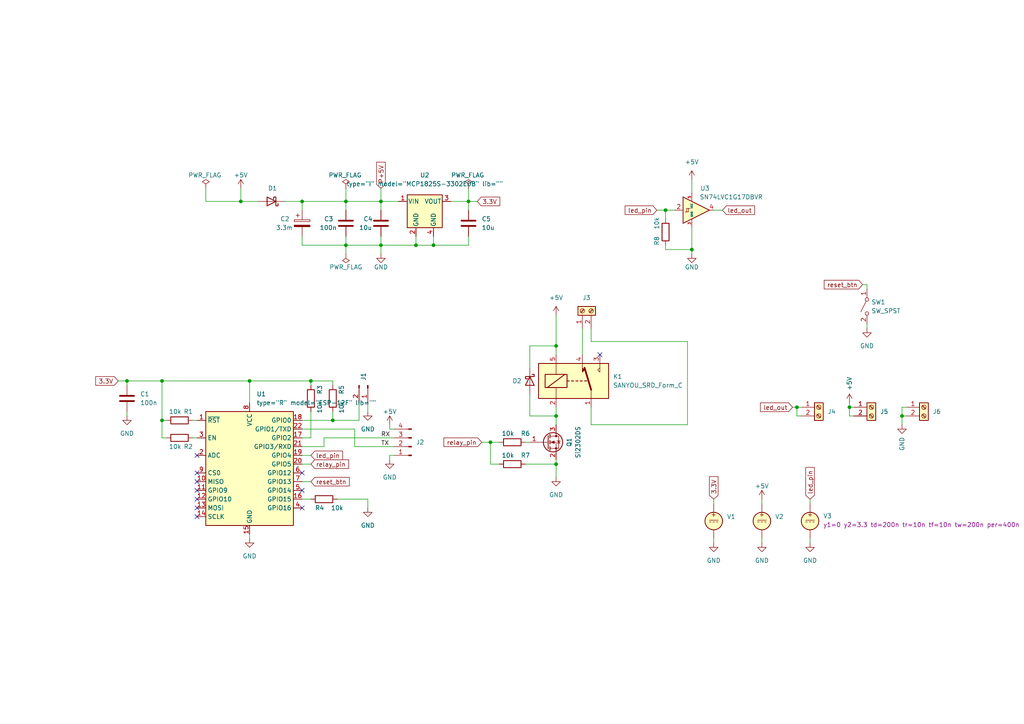
<source format=kicad_sch>
(kicad_sch (version 20211123) (generator eeschema)
  (paper "A4")
  (title_block (title "led and lamp control board") (date "2022-09-26") (rev "1.0") (company "A4 SOLUTIONS") (comment 1 "no warranty of any kind"))
  (lib_symbols
    (symbol "Connector:Conn_01x02_Male" (pin_names (offset 1.016) hide)
      (property "Reference" "J" (at 0 2.54 0))
      (property "Value" "Conn_01x02_Male" (at 0 -5.08 0))
      (symbol "Conn_01x02_Male_1_1"
        (polyline (pts (xy 1.27 -2.54) (xy 0.8636 -2.54)) (stroke (width 0.1524)))
        (polyline (pts (xy 1.27 0) (xy 0.8636 0)) (stroke (width 0.1524)))
        (rectangle (start 0.8636 -2.413) (end 0 -2.667) (stroke (width 0.1524)) (fill (type outline)))
        (rectangle (start 0.8636 0.127) (end 0 -0.127) (stroke (width 0.1524)) (fill (type outline)))
        (pin passive line (at 5.08 0 180) (length 3.81) (name "Pin_1") (number "1"))
        (pin passive line (at 5.08 -2.54 180) (length 3.81) (name "Pin_2") (number "2"))
      )
    )
    (symbol "Connector:Conn_01x04_Male" (pin_names (offset 1.016) hide)
      (property "Reference" "J" (at 0 5.08 0))
      (property "Value" "Conn_01x04_Male" (at 0 -7.62 0))
      (symbol "Conn_01x04_Male_1_1"
        (polyline (pts (xy 1.27 -5.08) (xy 0.8636 -5.08)) (stroke (width 0.1524)))
        (polyline (pts (xy 1.27 -2.54) (xy 0.8636 -2.54)) (stroke (width 0.1524)))
        (polyline (pts (xy 1.27 0) (xy 0.8636 0)) (stroke (width 0.1524)))
        (polyline (pts (xy 1.27 2.54) (xy 0.8636 2.54)) (stroke (width 0.1524)))
        (rectangle (start 0.8636 -4.953) (end 0 -5.207) (stroke (width 0.1524)) (fill (type outline)))
        (rectangle (start 0.8636 -2.413) (end 0 -2.667) (stroke (width 0.1524)) (fill (type outline)))
        (rectangle (start 0.8636 0.127) (end 0 -0.127) (stroke (width 0.1524)) (fill (type outline)))
        (rectangle (start 0.8636 2.667) (end 0 2.413) (stroke (width 0.1524)) (fill (type outline)))
        (pin passive line (at 5.08 2.54 180) (length 3.81) (name "Pin_1") (number "1"))
        (pin passive line (at 5.08 0 180) (length 3.81) (name "Pin_2") (number "2"))
        (pin passive line (at 5.08 -2.54 180) (length 3.81) (name "Pin_3") (number "3"))
        (pin passive line (at 5.08 -5.08 180) (length 3.81) (name "Pin_4") (number "4"))
      )
    )
    (symbol "Connector:Screw_Terminal_01x02" (pin_names (offset 1.016) hide)
      (property "Reference" "J" (at 0 2.54 0))
      (property "Value" "Screw_Terminal_01x02" (at 0 -5.08 0))
      (symbol "Screw_Terminal_01x02_1_1"
        (rectangle (start -1.27 1.27) (end 1.27 -3.81) (stroke (width 0.254)) (fill (type background)))
        (circle (center 0 -2.54) (radius 0.635) (stroke (width 0.1524)))
        (polyline (pts (xy -0.5334 -2.2098) (xy 0.3302 -3.048)) (stroke (width 0.1524)))
        (polyline (pts (xy -0.5334 0.3302) (xy 0.3302 -0.508)) (stroke (width 0.1524)))
        (polyline (pts (xy -0.3556 -2.032) (xy 0.508 -2.8702)) (stroke (width 0.1524)))
        (polyline (pts (xy -0.3556 0.508) (xy 0.508 -0.3302)) (stroke (width 0.1524)))
        (circle (center 0 0) (radius 0.635) (stroke (width 0.1524)))
        (pin passive line (at -5.08 0 0) (length 3.81) (name "Pin_1") (number "1"))
        (pin passive line (at -5.08 -2.54 0) (length 3.81) (name "Pin_2") (number "2"))
      )
    )
    (symbol "Device:C" (pin_numbers hide) (pin_names (offset 0.254))
      (property "Reference" "C" (at 0.635 2.54 0))
      (property "Value" "C" (at 0.635 -2.54 0))
      (symbol "C_0_1"
        (polyline (pts (xy -2.032 -0.762) (xy 2.032 -0.762)) (stroke (width 0.508)))
        (polyline (pts (xy -2.032 0.762) (xy 2.032 0.762)) (stroke (width 0.508)))
      )
      (symbol "C_1_1"
        (pin passive line (at 0 3.81 270) (length 2.794) (name "~") (number "1"))
        (pin passive line (at 0 -3.81 90) (length 2.794) (name "~") (number "2"))
      )
    )
    (symbol "Device:C_Polarized" (pin_numbers hide) (pin_names (offset 0.254))
      (property "Reference" "C" (at 0.635 2.54 0))
      (property "Value" "C_Polarized" (at 0.635 -2.54 0))
      (symbol "C_Polarized_0_1"
        (rectangle (start -2.286 0.508) (end 2.286 1.016))
        (polyline (pts (xy -1.778 2.286) (xy -0.762 2.286)))
        (polyline (pts (xy -1.27 2.794) (xy -1.27 1.778)))
        (rectangle (start 2.286 -0.508) (end -2.286 -1.016) (fill (type outline)))
      )
      (symbol "C_Polarized_1_1"
        (pin passive line (at 0 3.81 270) (length 2.794) (name "~") (number "1"))
        (pin passive line (at 0 -3.81 90) (length 2.794) (name "~") (number "2"))
      )
    )
    (symbol "Device:R" (pin_numbers hide) (pin_names (offset 0))
      (property "Reference" "R" (at 2.032 0 90))
      (property "Value" "R" (at 0 0 90))
      (symbol "R_0_1"
        (rectangle (start -1.016 -2.54) (end 1.016 2.54) (stroke (width 0.254)))
      )
      (symbol "R_1_1"
        (pin passive line (at 0 3.81 270) (length 1.27) (name "~") (number "1"))
        (pin passive line (at 0 -3.81 90) (length 1.27) (name "~") (number "2"))
      )
    )
    (symbol "Diode:1N5819" (pin_numbers hide) (pin_names (offset 1.016) hide)
      (property "Reference" "D" (at 0 2.54 0))
      (property "Value" "1N5819" (at 0 -2.54 0))
      (symbol "1N5819_0_1"
        (polyline (pts (xy 1.27 0) (xy -1.27 0)))
        (polyline (pts (xy 1.27 1.27) (xy 1.27 -1.27) (xy -1.27 0) (xy 1.27 1.27)) (stroke (width 0.254)))
        (polyline (pts (xy -1.905 0.635) (xy -1.905 1.27) (xy -1.27 1.27) (xy -1.27 -1.27) (xy -0.635 -1.27) (xy -0.635 -0.635)) (stroke (width 0.254)))
      )
      (symbol "1N5819_1_1"
        (pin passive line (at -3.81 0 0) (length 2.54) (name "K") (number "1"))
        (pin passive line (at 3.81 0 180) (length 2.54) (name "A") (number "2"))
      )
    )
    (symbol "RF_Module:ESP-12F"
      (property "Reference" "U" (at -12.7 19.05 0))
      (property "Value" "ESP-12F" (at 12.7 19.05 0))
      (symbol "ESP-12F_0_1"
        (rectangle (start -12.7 17.78) (end 12.7 -15.24) (stroke (width 0.254)) (fill (type background)))
      )
      (symbol "ESP-12F_1_1"
        (pin input line (at -15.24 15.24 0) (length 2.54) (name "~{RST}") (number "1"))
        (pin bidirectional line (at -15.24 -2.54 0) (length 2.54) (name "MISO") (number "10"))
        (pin bidirectional line (at -15.24 -5.08 0) (length 2.54) (name "GPIO9") (number "11"))
        (pin bidirectional line (at -15.24 -7.62 0) (length 2.54) (name "GPIO10") (number "12"))
        (pin bidirectional line (at -15.24 -10.16 0) (length 2.54) (name "MOSI") (number "13"))
        (pin bidirectional line (at -15.24 -12.7 0) (length 2.54) (name "SCLK") (number "14"))
        (pin power_in line (at 0 -17.78 90) (length 2.54) (name "GND") (number "15"))
        (pin bidirectional line (at 15.24 -7.62 180) (length 2.54) (name "GPIO15") (number "16"))
        (pin bidirectional line (at 15.24 10.16 180) (length 2.54) (name "GPIO2") (number "17"))
        (pin bidirectional line (at 15.24 15.24 180) (length 2.54) (name "GPIO0") (number "18"))
        (pin bidirectional line (at 15.24 5.08 180) (length 2.54) (name "GPIO4") (number "19"))
        (pin input line (at -15.24 5.08 0) (length 2.54) (name "ADC") (number "2"))
        (pin bidirectional line (at 15.24 2.54 180) (length 2.54) (name "GPIO5") (number "20"))
        (pin bidirectional line (at 15.24 7.62 180) (length 2.54) (name "GPIO3/RXD") (number "21"))
        (pin bidirectional line (at 15.24 12.7 180) (length 2.54) (name "GPIO1/TXD") (number "22"))
        (pin input line (at -15.24 10.16 0) (length 2.54) (name "EN") (number "3"))
        (pin bidirectional line (at 15.24 -10.16 180) (length 2.54) (name "GPIO16") (number "4"))
        (pin bidirectional line (at 15.24 -5.08 180) (length 2.54) (name "GPIO14") (number "5"))
        (pin bidirectional line (at 15.24 0 180) (length 2.54) (name "GPIO12") (number "6"))
        (pin bidirectional line (at 15.24 -2.54 180) (length 2.54) (name "GPIO13") (number "7"))
        (pin power_in line (at 0 20.32 270) (length 2.54) (name "VCC") (number "8"))
        (pin input line (at -15.24 0 0) (length 2.54) (name "CS0") (number "9"))
      )
    )
    (symbol "Relay:SANYOU_SRD_Form_C"
      (property "Reference" "K" (at 11.43 3.81 0))
      (property "Value" "SANYOU_SRD_Form_C" (at 11.43 1.27 0))
      (symbol "SANYOU_SRD_Form_C_0_0"
        (polyline (pts (xy 7.62 5.08) (xy 7.62 2.54) (xy 6.985 3.175) (xy 7.62 3.81)))
      )
      (symbol "SANYOU_SRD_Form_C_0_1"
        (rectangle (start -10.16 5.08) (end 10.16 -5.08) (stroke (width 0.254)) (fill (type background)))
        (rectangle (start -8.255 1.905) (end -1.905 -1.905) (stroke (width 0.254)))
        (polyline (pts (xy -7.62 -1.905) (xy -2.54 1.905)) (stroke (width 0.254)))
        (polyline (pts (xy -5.08 -5.08) (xy -5.08 -1.905)))
        (polyline (pts (xy -5.08 5.08) (xy -5.08 1.905)))
        (polyline (pts (xy -1.905 0) (xy -1.27 0)) (stroke (width 0.254)))
        (polyline (pts (xy -0.635 0) (xy 0 0)) (stroke (width 0.254)))
        (polyline (pts (xy 0.635 0) (xy 1.27 0)) (stroke (width 0.254)))
        (polyline (pts (xy 1.905 0) (xy 2.54 0)) (stroke (width 0.254)))
        (polyline (pts (xy 3.175 0) (xy 3.81 0)) (stroke (width 0.254)))
        (polyline (pts (xy 5.08 -2.54) (xy 3.175 3.81)) (stroke (width 0.508)))
        (polyline (pts (xy 5.08 -2.54) (xy 5.08 -5.08)))
      )
      (symbol "SANYOU_SRD_Form_C_1_1"
        (polyline (pts (xy 2.54 3.81) (xy 3.175 3.175) (xy 2.54 2.54) (xy 2.54 5.08)) (fill (type outline)))
        (pin passive line (at 5.08 -7.62 90) (length 2.54) (name "~") (number "1"))
        (pin passive line (at -5.08 -7.62 90) (length 2.54) (name "~") (number "2"))
        (pin passive line (at 7.62 7.62 270) (length 2.54) (name "~") (number "3"))
        (pin passive line (at 2.54 7.62 270) (length 2.54) (name "~") (number "4"))
        (pin passive line (at -5.08 7.62 270) (length 2.54) (name "~") (number "5"))
      )
    )
    (symbol "Simulation_SPICE:VDC" (pin_numbers hide) (pin_names (offset 0.0254))
      (property "Reference" "V" (at 2.54 2.54 0))
      (property "Value" "VDC" (at 2.54 0 0))
      (property "Spice_Model" "dc(1)" (at 2.54 -2.54 0))
      (symbol "VDC_0_0"
        (polyline (pts (xy -1.27 0.254) (xy 1.27 0.254)))
        (polyline (pts (xy -0.762 -0.254) (xy -1.27 -0.254)))
        (polyline (pts (xy 0.254 -0.254) (xy -0.254 -0.254)))
        (polyline (pts (xy 1.27 -0.254) (xy 0.762 -0.254)))
        (text "+" (at 0 1.905 0) (effects (font (size 1.27 1.27))))
      )
      (symbol "VDC_0_1"
        (circle (center 0 0) (radius 2.54) (stroke (width 0.254)) (fill (type background)))
      )
      (symbol "VDC_1_1"
        (pin passive line (at 0 5.08 270) (length 2.54) (name "~") (number "1"))
        (pin passive line (at 0 -5.08 90) (length 2.54) (name "~") (number "2"))
      )
    )
    (symbol "Switch:SW_SPST" (pin_names (offset 0) hide)
      (property "Reference" "SW" (at 0 3.175 0))
      (property "Value" "SW_SPST" (at 0 -2.54 0))
      (symbol "SW_SPST_0_0"
        (circle (center -2.032 0) (radius 0.508))
        (polyline (pts (xy -1.524 0.254) (xy 1.524 1.778)))
        (circle (center 2.032 0) (radius 0.508))
      )
      (symbol "SW_SPST_1_1"
        (pin passive line (at -5.08 0 0) (length 2.54) (name "A") (number "1"))
        (pin passive line (at 5.08 0 180) (length 2.54) (name "B") (number "2"))
      )
    )
    (symbol "Transistor_FET:2N7002" (pin_names hide)
      (property "Reference" "Q" (at 5.08 1.905 0))
      (property "Value" "2N7002" (at 5.08 0 0))
      (symbol "2N7002_0_1"
        (polyline (pts (xy 0.254 0) (xy -2.54 0)))
        (polyline (pts (xy 0.254 1.905) (xy 0.254 -1.905)) (stroke (width 0.254)))
        (polyline (pts (xy 0.762 -1.27) (xy 0.762 -2.286)) (stroke (width 0.254)))
        (polyline (pts (xy 0.762 0.508) (xy 0.762 -0.508)) (stroke (width 0.254)))
        (polyline (pts (xy 0.762 2.286) (xy 0.762 1.27)) (stroke (width 0.254)))
        (polyline (pts (xy 2.54 2.54) (xy 2.54 1.778)))
        (polyline (pts (xy 2.54 -2.54) (xy 2.54 0) (xy 0.762 0)))
        (polyline (pts (xy 0.762 -1.778) (xy 3.302 -1.778) (xy 3.302 1.778) (xy 0.762 1.778)))
        (polyline (pts (xy 1.016 0) (xy 2.032 0.381) (xy 2.032 -0.381) (xy 1.016 0)) (fill (type outline)))
        (polyline (pts (xy 2.794 0.508) (xy 2.921 0.381) (xy 3.683 0.381) (xy 3.81 0.254)))
        (polyline (pts (xy 3.302 0.381) (xy 2.921 -0.254) (xy 3.683 -0.254) (xy 3.302 0.381)))
        (circle (center 1.651 0) (radius 2.794) (stroke (width 0.254)))
        (circle (center 2.54 -1.778) (radius 0.254) (fill (type outline)))
        (circle (center 2.54 1.778) (radius 0.254) (fill (type outline)))
      )
      (symbol "2N7002_1_1"
        (pin input line (at -5.08 0 0) (length 2.54) (name "G") (number "1"))
        (pin passive line (at 2.54 -5.08 90) (length 2.54) (name "S") (number "2"))
        (pin passive line (at 2.54 5.08 270) (length 2.54) (name "D") (number "3"))
      )
    )
    (symbol "lib:MCP1825S-3302EDB" (pin_names (offset 0.254))
      (property "Reference" "U2" (at 0 8.89 0))
      (property "Value" "MCP1825S-3302EDB" (at 0 6.35 0))
      (symbol "MCP1825S-3302EDB_0_1"
        (rectangle (start -5.08 4.445) (end 5.08 -5.08) (stroke (width 0.254)) (fill (type background)))
      )
      (symbol "MCP1825S-3302EDB_1_1"
        (pin power_in line (at -7.62 2.54 0) (length 2.54) (name "VIN") (number "1"))
        (pin power_in line (at -2.54 -7.62 90) (length 2.54) (name "GND") (number "2"))
        (pin input line (at 7.62 2.54 180) (length 2.54) (name "VOUT") (number "3"))
        (pin power_in line (at 2.54 -7.62 90) (length 2.54) (name "GND") (number "4"))
      )
    )
    (symbol "lib:SN74LVC1G17DBVR"
      (property "Reference" "U" (at 1.27 5.08 0))
      (property "Value" "SN74LVC1G17DBVR" (at 1.27 2.54 0))
      (symbol "SN74LVC1G17DBVR_0_1"
        (polyline (pts (xy -1.016 0.508) (xy -0.508 0.508)))
        (polyline (pts (xy -2.54 3.81) (xy -2.54 -3.81) (xy 5.08 0) (xy -2.54 3.81)) (stroke (width 0.254)) (fill (type background)))
        (polyline (pts (xy -1.524 -0.508) (xy -1.524 0.508) (xy -1.016 0.508) (xy -1.016 -0.508) (xy -2.032 -0.508)))
      )
      (symbol "SN74LVC1G17DBVR_1_1"
        (pin no_connect line (at 5.08 0 180) (length 2.54) hide (name "NC") (number "1"))
        (pin input line (at -5.08 0 0) (length 2.54) (name "~") (number "2"))
        (pin power_in line (at 0 -5.08 90) (length 2.54) (name "GND") (number "3"))
        (pin output line (at 6.35 0 180) (length 1.27) (name "~") (number "4"))
        (pin power_in line (at 0 5.08 270) (length 2.54) (name "VCC") (number "5"))
      )
    )
    (symbol "power:+5V" (power) (pin_names (offset 0))
      (property "Value" "+5V" (at 0 3.556 0))
      (symbol "+5V_0_1"
        (polyline (pts (xy -0.762 1.27) (xy 0 2.54)))
        (polyline (pts (xy 0 0) (xy 0 2.54)))
        (polyline (pts (xy 0 2.54) (xy 0.762 1.27)))
      )
      (symbol "+5V_1_1"
        (pin power_in line (at 0 0 90) (length 0) hide (name "+5V") (number "1"))
      )
    )
    (symbol "power:GND" (power) (pin_names (offset 0))
      (property "Value" "GND" (at 0 -3.81 0))
      (symbol "GND_0_1"
        (polyline (pts (xy 0 0) (xy 0 -1.27) (xy 1.27 -1.27) (xy 0 -2.54) (xy -1.27 -1.27) (xy 0 -1.27)))
      )
      (symbol "GND_1_1"
        (pin power_in line (at 0 0 270) (length 0) hide (name "GND") (number "1"))
      )
    )
    (symbol "power:PWR_FLAG" (power) (pin_numbers hide) (pin_names (offset 0) hide)
      (property "Value" "PWR_FLAG" (at 0 3.81 0))
      (symbol "PWR_FLAG_0_0"
        (pin power_out line (at 0 0 90) (length 0) (name "pwr") (number "1"))
      )
      (symbol "PWR_FLAG_0_1"
        (polyline (pts (xy 0 0) (xy 0 1.27) (xy -1.016 1.905) (xy 0 2.54) (xy 1.016 1.905) (xy 0 1.27)))
      )
    )
  )
  (junction (at 120.65 71.12))
  (junction (at 87.63 58.42))
  (junction (at 261.62 120.65))
  (junction (at 46.99 121.92))
  (junction (at 135.89 58.42))
  (junction (at 246.38 118.11))
  (junction (at 161.29 120.65))
  (junction (at 100.33 58.42))
  (junction (at 110.49 71.12))
  (junction (at 100.33 71.12))
  (junction (at 125.73 71.12))
  (junction (at 193.04 60.96))
  (junction (at 142.24 128.27))
  (junction (at 69.85 58.42))
  (junction (at 36.83 110.49))
  (junction (at 231.14 118.11))
  (junction (at 161.29 100.33))
  (junction (at 90.17 110.49))
  (junction (at 96.52 121.92))
  (junction (at 200.66 72.39))
  (junction (at 72.39 110.49))
  (junction (at 110.49 58.42))
  (junction (at 161.29 134.62))
  (junction (at 46.99 110.49))
  (no_connect (at 57.15 142.24))
  (no_connect (at 57.15 132.08))
  (no_connect (at 57.15 137.16))
  (no_connect (at 57.15 139.7))
  (no_connect (at 57.15 144.78))
  (no_connect (at 87.63 147.32))
  (no_connect (at 57.15 149.86))
  (no_connect (at 57.15 147.32))
  (no_connect (at 173.99 102.87))
  (no_connect (at 87.63 137.16))
  (no_connect (at 87.63 142.24))
  (wire (pts (xy 199.39 123.19) (xy 199.39 99.06)))
  (wire (pts (xy 234.95 156.21) (xy 234.95 157.48)))
  (wire (pts (xy 100.33 58.42) (xy 110.49 58.42)))
  (wire (pts (xy 87.63 121.92) (xy 96.52 121.92)))
  (wire (pts (xy 36.83 110.49) (xy 46.99 110.49)))
  (wire (pts (xy 69.85 54.61) (xy 69.85 58.42)))
  (wire (pts (xy 207.01 156.21) (xy 207.01 157.48)))
  (wire (pts (xy 36.83 119.38) (xy 36.83 120.65)))
  (wire (pts (xy 72.39 110.49) (xy 90.17 110.49)))
  (wire (pts (xy 261.62 120.65) (xy 261.62 118.11)))
  (wire (pts (xy 87.63 58.42) (xy 100.33 58.42)))
  (wire (pts (xy 171.45 118.11) (xy 171.45 123.19)))
  (wire (pts (xy 261.62 120.65) (xy 262.89 120.65)))
  (wire (pts (xy 250.19 82.55) (xy 251.46 82.55)))
  (wire (pts (xy 55.88 121.92) (xy 57.15 121.92)))
  (wire (pts (xy 161.29 91.44) (xy 161.29 100.33)))
  (wire (pts (xy 200.66 72.39) (xy 193.04 72.39)))
  (wire (pts (xy 106.68 116.84) (xy 106.68 119.38)))
  (wire (pts (xy 87.63 71.12) (xy 100.33 71.12)))
  (wire (pts (xy 114.3 127) (xy 93.98 127)))
  (wire (pts (xy 87.63 58.42) (xy 87.63 60.96)))
  (wire (pts (xy 59.69 58.42) (xy 69.85 58.42)))
  (wire (pts (xy 106.68 144.78) (xy 106.68 147.32)))
  (wire (pts (xy 153.67 120.65) (xy 161.29 120.65)))
  (wire (pts (xy 246.38 118.11) (xy 246.38 120.65)))
  (wire (pts (xy 96.52 110.49) (xy 96.52 111.76)))
  (wire (pts (xy 93.98 129.54) (xy 87.63 129.54)))
  (wire (pts (xy 152.4 134.62) (xy 161.29 134.62)))
  (wire (pts (xy 207.01 60.96) (xy 209.55 60.96)))
  (wire (pts (xy 246.38 116.84) (xy 246.38 118.11)))
  (wire (pts (xy 153.67 114.3) (xy 153.67 120.65)))
  (wire (pts (xy 87.63 127) (xy 90.17 127)))
  (wire (pts (xy 246.38 118.11) (xy 247.65 118.11)))
  (wire (pts (xy 87.63 139.7) (xy 90.17 139.7)))
  (wire (pts (xy 229.87 118.11) (xy 231.14 118.11)))
  (wire (pts (xy 110.49 71.12) (xy 110.49 73.66)))
  (wire (pts (xy 87.63 68.58) (xy 87.63 71.12)))
  (wire (pts (xy 231.14 118.11) (xy 231.14 120.65)))
  (wire (pts (xy 100.33 58.42) (xy 100.33 60.96)))
  (wire (pts (xy 171.45 99.06) (xy 199.39 99.06)))
  (wire (pts (xy 231.14 118.11) (xy 232.41 118.11)))
  (wire (pts (xy 104.14 116.84) (xy 104.14 121.92)))
  (wire (pts (xy 46.99 121.92) (xy 46.99 110.49)))
  (wire (pts (xy 82.55 58.42) (xy 87.63 58.42)))
  (wire (pts (xy 220.98 144.78) (xy 220.98 146.05)))
  (wire (pts (xy 190.5 60.96) (xy 193.04 60.96)))
  (wire (pts (xy 96.52 119.38) (xy 96.52 121.92)))
  (wire (pts (xy 153.67 106.68) (xy 153.67 100.33)))
  (wire (pts (xy 87.63 124.46) (xy 102.87 124.46)))
  (wire (pts (xy 46.99 110.49) (xy 72.39 110.49)))
  (wire (pts (xy 110.49 71.12) (xy 120.65 71.12)))
  (wire (pts (xy 90.17 119.38) (xy 90.17 127)))
  (wire (pts (xy 48.26 127) (xy 46.99 127)))
  (wire (pts (xy 36.83 110.49) (xy 36.83 111.76)))
  (wire (pts (xy 87.63 144.78) (xy 90.17 144.78)))
  (wire (pts (xy 90.17 110.49) (xy 96.52 110.49)))
  (wire (pts (xy 161.29 120.65) (xy 161.29 123.19)))
  (wire (pts (xy 59.69 54.61) (xy 59.69 58.42)))
  (wire (pts (xy 135.89 68.58) (xy 135.89 71.12)))
  (wire (pts (xy 125.73 68.58) (xy 125.73 71.12)))
  (wire (pts (xy 247.65 120.65) (xy 246.38 120.65)))
  (wire (pts (xy 193.04 63.5) (xy 193.04 60.96)))
  (wire (pts (xy 113.03 132.08) (xy 114.3 132.08)))
  (wire (pts (xy 46.99 127) (xy 46.99 121.92)))
  (wire (pts (xy 110.49 58.42) (xy 115.57 58.42)))
  (wire (pts (xy 135.89 54.61) (xy 135.89 58.42)))
  (wire (pts (xy 72.39 154.94) (xy 72.39 156.21)))
  (wire (pts (xy 87.63 132.08) (xy 90.17 132.08)))
  (wire (pts (xy 193.04 60.96) (xy 195.58 60.96)))
  (wire (pts (xy 110.49 68.58) (xy 110.49 71.12)))
  (wire (pts (xy 161.29 133.35) (xy 161.29 134.62)))
  (wire (pts (xy 46.99 121.92) (xy 48.26 121.92)))
  (wire (pts (xy 153.67 100.33) (xy 161.29 100.33)))
  (wire (pts (xy 130.81 58.42) (xy 135.89 58.42)))
  (wire (pts (xy 161.29 100.33) (xy 161.29 102.87)))
  (wire (pts (xy 90.17 110.49) (xy 90.17 111.76)))
  (wire (pts (xy 142.24 128.27) (xy 144.78 128.27)))
  (wire (pts (xy 171.45 123.19) (xy 199.39 123.19)))
  (wire (pts (xy 200.66 66.04) (xy 200.66 72.39)))
  (wire (pts (xy 93.98 127) (xy 93.98 129.54)))
  (wire (pts (xy 104.14 121.92) (xy 96.52 121.92)))
  (wire (pts (xy 97.79 144.78) (xy 106.68 144.78)))
  (wire (pts (xy 125.73 71.12) (xy 135.89 71.12)))
  (wire (pts (xy 200.66 73.66) (xy 200.66 72.39)))
  (wire (pts (xy 220.98 156.21) (xy 220.98 157.48)))
  (wire (pts (xy 102.87 129.54) (xy 114.3 129.54)))
  (wire (pts (xy 55.88 127) (xy 57.15 127)))
  (wire (pts (xy 144.78 134.62) (xy 142.24 134.62)))
  (wire (pts (xy 110.49 54.61) (xy 110.49 58.42)))
  (wire (pts (xy 100.33 71.12) (xy 110.49 71.12)))
  (wire (pts (xy 161.29 118.11) (xy 161.29 120.65)))
  (wire (pts (xy 113.03 132.08) (xy 113.03 133.35)))
  (wire (pts (xy 200.66 52.07) (xy 200.66 55.88)))
  (wire (pts (xy 120.65 71.12) (xy 125.73 71.12)))
  (wire (pts (xy 234.95 144.78) (xy 234.95 146.05)))
  (wire (pts (xy 171.45 95.25) (xy 171.45 99.06)))
  (wire (pts (xy 113.03 123.19) (xy 113.03 124.46)))
  (wire (pts (xy 135.89 58.42) (xy 135.89 60.96)))
  (wire (pts (xy 100.33 68.58) (xy 100.33 71.12)))
  (wire (pts (xy 34.29 110.49) (xy 36.83 110.49)))
  (wire (pts (xy 120.65 68.58) (xy 120.65 71.12)))
  (wire (pts (xy 152.4 128.27) (xy 153.67 128.27)))
  (wire (pts (xy 135.89 58.42) (xy 138.43 58.42)))
  (wire (pts (xy 261.62 118.11) (xy 262.89 118.11)))
  (wire (pts (xy 102.87 124.46) (xy 102.87 129.54)))
  (wire (pts (xy 87.63 134.62) (xy 90.17 134.62)))
  (wire (pts (xy 69.85 58.42) (xy 74.93 58.42)))
  (wire (pts (xy 161.29 134.62) (xy 161.29 138.43)))
  (wire (pts (xy 168.91 95.25) (xy 168.91 102.87)))
  (wire (pts (xy 207.01 144.78) (xy 207.01 146.05)))
  (wire (pts (xy 113.03 124.46) (xy 114.3 124.46)))
  (wire (pts (xy 142.24 128.27) (xy 142.24 134.62)))
  (wire (pts (xy 251.46 82.55) (xy 251.46 83.82)))
  (wire (pts (xy 72.39 110.49) (xy 72.39 116.84)))
  (wire (pts (xy 139.7 128.27) (xy 142.24 128.27)))
  (wire (pts (xy 232.41 120.65) (xy 231.14 120.65)))
  (wire (pts (xy 193.04 71.12) (xy 193.04 72.39)))
  (wire (pts (xy 251.46 93.98) (xy 251.46 95.25)))
  (wire (pts (xy 100.33 71.12) (xy 100.33 73.66)))
  (wire (pts (xy 100.33 54.61) (xy 100.33 58.42)))
  (wire (pts (xy 110.49 58.42) (xy 110.49 60.96)))
  (wire (pts (xy 261.62 123.19) (xy 261.62 120.65)))
  (label "TX" (at 110.49 129.54 0))
  (label "RX" (at 110.49 127 0))
  (global_label "3.3V" (shape input) (at 34.29 110.49 180) (property "Intersheet References" "${INTERSHEET_REFS}" (effects hide)))
  (global_label "reset_btn" (shape input) (at 90.17 139.7 0) (property "Intersheet References" "${INTERSHEET_REFS}" (effects hide)))
  (global_label "led_pin" (shape input) (at 190.5 60.96 180) (property "Intersheet References" "${INTERSHEET_REFS}" (effects hide)))
  (global_label "reset_btn" (shape input) (at 250.19 82.55 180) (property "Intersheet References" "${INTERSHEET_REFS}" (effects hide)))
  (global_label "led_pin" (shape input) (at 234.95 144.78 90) (property "Intersheet References" "${INTERSHEET_REFS}" (effects hide)))
  (global_label "P+5V" (shape input) (at 110.49 54.61 90) (property "Intersheet References" "${INTERSHEET_REFS}" (effects hide)))
  (global_label "led_out" (shape input) (at 229.87 118.11 180) (property "Intersheet References" "${INTERSHEET_REFS}" (effects hide)))
  (global_label "led_pin" (shape input) (at 90.17 132.08 0) (property "Intersheet References" "${INTERSHEET_REFS}" (effects hide)))
  (global_label "led_out" (shape input) (at 209.55 60.96 0) (property "Intersheet References" "${INTERSHEET_REFS}" (effects hide)))
  (global_label "relay_pin" (shape input) (at 90.17 134.62 0) (property "Intersheet References" "${INTERSHEET_REFS}" (effects hide)))
  (global_label "3.3V" (shape input) (at 207.01 144.78 90) (property "Intersheet References" "${INTERSHEET_REFS}" (effects hide)))
  (global_label "3.3V" (shape input) (at 138.43 58.42 0) (property "Intersheet References" "${INTERSHEET_REFS}" (effects hide)))
  (global_label "relay_pin" (shape input) (at 139.7 128.27 180) (property "Intersheet References" "${INTERSHEET_REFS}" (effects hide)))
  (symbol (lib_id "Relay:SANYOU_SRD_Form_C") (at 166.37 110.49 0) (unit 1)
    (property "Reference" "K1" (at 177.8 109.2199 0) (effects (justify left)))
    (property "Value" "SANYOU_SRD_Form_C" (at 177.8 111.7599 0) (effects (justify left)))
    (property "Footprint" "Relay_THT:Relay_SPDT_SANYOU_SRD_Series_Form_C" (effects hide))
    (property "Datasheet" "http://www.sanyourelay.ca/public/products/pdf/SRD.pdf" (effects hide))
    (property "Spice_Netlist_Enabled" "N" (effects hide))
  )
  (symbol (lib_id "power:GND") (at 200.66 73.66 0) (unit 1)
    (property "Reference" "#PWR011" (effects hide))
    (property "Value" "GND" (at 200.66 77.47 0))
  )
  (symbol (lib_id "Connector:Screw_Terminal_01x02") (at 252.73 118.11 0) (unit 1)
    (property "Reference" "J5" (at 255.27 119.3799 0) (effects (justify left)))
    (property "Value" "Screw_Terminal_01x02" (effects hide))
    (property "Footprint" "TerminalBlock:TerminalBlock_bornier-2_P5.08mm" (effects hide))
    (property "Spice_Netlist_Enabled" "N" (effects hide))
  )
  (symbol (lib_id "Connector:Screw_Terminal_01x02") (at 237.49 118.11 0) (unit 1)
    (property "Reference" "J4" (at 240.03 119.3799 0) (effects (justify left)))
    (property "Value" "Screw_Terminal_01x02" (effects hide))
    (property "Footprint" "TerminalBlock:TerminalBlock_bornier-2_P5.08mm" (effects hide))
    (property "Spice_Netlist_Enabled" "N" (effects hide))
  )
  (symbol (lib_id "power:GND") (at 72.39 156.21 0) (unit 1)
    (property "Reference" "#PWR03" (effects hide))
    (property "Value" "GND" (at 72.39 161.29 0))
  )
  (symbol (lib_id "Device:R") (at 148.59 134.62 270) (unit 1)
    (property "Reference" "R7" (at 152.4 132.08 90))
    (property "Value" "10k" (at 147.32 132.08 90))
    (property "Footprint" "Resistor_SMD:R_0805_2012Metric_Pad1.20x1.40mm_HandSolder" (effects hide))
    (property "Spice_Netlist_Enabled" "N" (effects hide))
  )
  (symbol (lib_id "Simulation_SPICE:VDC") (at 207.01 151.13 0) (unit 1) (in_bom no) (on_board no)
    (property "Reference" "V1" (at 210.82 149.86 0) (effects (justify left)))
    (property "Value" "VDC" (effects hide))
    (property "Spice_Netlist_Enabled" "N" (effects hide))
    (property "Spice_Primitive" "V" (effects hide))
    (property "Spice_Model" "3.3" (at 210.82 152.4 0) (effects (justify left)))
  )
  (symbol (lib_id "RF_Module:ESP-12F") (at 72.39 137.16 0) (unit 1)
    (property "Reference" "U1" (at 74.4094 114.3 0) (effects (justify left)))
    (property "Value" "ESP-12F" (at 74.4094 116.84 0) (effects (justify left)))
    (property "Footprint" "RF_Module:ESP-12E" (effects hide))
    (property "Datasheet" "https://docs.ai-thinker.com/_media/esp8266/docs/esp-12f_product_specification_en.pdf" (effects hide))
    (property "Spice_Primitive" "R" (effects hide))
    (property "Spice_Netlist_Enabled" "N" (effects hide))
  )
  (symbol (lib_id "Device:R") (at 96.52 115.57 180) (unit 1)
    (property "Reference" "R5" (at 99.06 113.03 90))
    (property "Value" "10k" (at 99.06 118.11 90))
    (property "Footprint" "Resistor_SMD:R_0805_2012Metric_Pad1.20x1.40mm_HandSolder" (effects hide))
    (property "Spice_Netlist_Enabled" "N" (effects hide))
  )
  (symbol (lib_id "Simulation_SPICE:VDC") (at 234.95 151.13 0) (unit 1) (in_bom no) (on_board no)
    (property "Reference" "V3" (at 238.76 149.6701 0) (effects (justify left)))
    (property "Value" "VDC" (effects hide))
    (property "Spice_Netlist_Enabled" "N" (effects hide))
    (property "Spice_Primitive" "V" (effects hide))
    (property "Spice_Model" "pulse(0 3.3V 200n 10n 10n 200n 400n)" (at 238.76 152.2101 0) (effects (justify left)))
  )
  (symbol (lib_id "Device:C") (at 36.83 115.57 0) (unit 1)
    (property "Reference" "C1" (at 40.64 114.3 0) (effects (justify left)))
    (property "Value" "100n" (at 40.64 116.84 0) (effects (justify left)))
    (property "Footprint" "Capacitor_SMD:C_0805_2012Metric_Pad1.18x1.45mm_HandSolder" (effects hide))
    (property "Spice_Netlist_Enabled" "N" (effects hide))
  )
  (symbol (lib_id "Device:R") (at 52.07 127 90) (unit 1)
    (property "Reference" "R2" (at 54.61 129.54 90))
    (property "Value" "10k" (at 50.8 129.54 90))
    (property "Footprint" "Resistor_SMD:R_0805_2012Metric_Pad1.20x1.40mm_HandSolder" (effects hide))
    (property "Spice_Netlist_Enabled" "N" (effects hide))
  )
  (symbol (lib_id "power:PWR_FLAG") (at 135.89 54.61 0) (unit 1)
    (property "Reference" "#FLG04" (effects hide))
    (property "Value" "PWR_FLAG" (at 130.81 50.8 0) (effects (justify left)))
  )
  (symbol (lib_id "Connector:Screw_Terminal_01x02") (at 168.91 90.17 90) (unit 1)
    (property "Reference" "J3" (at 168.91 86.36 90) (effects (justify right)))
    (property "Value" "Screw_Terminal_01x02" (effects hide))
    (property "Footprint" "TerminalBlock:TerminalBlock_bornier-2_P5.08mm" (effects hide))
    (property "Spice_Netlist_Enabled" "N" (effects hide))
  )
  (symbol (lib_id "Device:C_Polarized") (at 87.63 64.77 0) (unit 1)
    (property "Reference" "C2" (at 81.28 63.5 0) (effects (justify left)))
    (property "Value" "3.3m" (at 80.01 66.04 0) (effects (justify left)))
    (property "Footprint" "Capacitor_THT:CP_Radial_D10.0mm_P5.00mm" (effects hide))
    (property "Spice_Netlist_Enabled" "N" (effects hide))
    (property "Spice_Primitive" "C" (effects hide))
    (property "Spice_Model" "3.3m" (effects hide))
  )
  (symbol (lib_id "Device:R") (at 148.59 128.27 270) (unit 1)
    (property "Reference" "R6" (at 152.4 125.73 90))
    (property "Value" "10k" (at 147.32 125.73 90))
    (property "Footprint" "Resistor_SMD:R_0805_2012Metric_Pad1.20x1.40mm_HandSolder" (effects hide))
    (property "Spice_Netlist_Enabled" "N" (effects hide))
  )
  (symbol (lib_id "lib:SN74LVC1G17DBVR") (at 200.66 60.96 0) (unit 1)
    (property "Reference" "U3" (at 204.47 54.61 0))
    (property "Value" "SN74LVC1G17DBVR" (at 212.09 57.15 0))
    (property "Footprint" "Package_TO_SOT_SMD:SOT-23-5_HandSoldering" (effects hide))
    (property "Spice_Netlist_Enabled" "N" (effects hide))
  )
  (symbol (lib_id "power:GND") (at 106.68 147.32 0) (unit 1)
    (property "Reference" "#PWR05" (effects hide))
    (property "Value" "GND" (at 106.68 152.4 0))
  )
  (symbol (lib_id "Transistor_FET:2N7002") (at 158.75 128.27 0) (unit 1)
    (property "Reference" "Q1" (at 165.1 128.27 90))
    (property "Value" "Si2302DS" (at 167.64 128.27 90))
    (property "Footprint" "Package_TO_SOT_SMD:SOT-23_Handsoldering" (effects hide))
    (property "Spice_Primitive" "X" (effects hide))
    (property "Spice_Model" "Si2300DS" (effects hide))
    (property "Spice_Netlist_Enabled" "N" (effects hide))
    (property "Spice_Lib_File" "spice_comp/Si2300DS.spice" (effects hide))
    (property "Spice_Node_Sequence" "3 1 2" (effects hide))
  )
  (symbol (lib_id "power:GND") (at 161.29 138.43 0) (unit 1)
    (property "Reference" "#PWR09" (effects hide))
    (property "Value" "GND" (at 161.29 143.51 0))
  )
  (symbol (lib_id "power:PWR_FLAG") (at 100.33 54.61 0) (unit 1)
    (property "Reference" "#FLG02" (effects hide))
    (property "Value" "PWR_FLAG" (at 95.25 50.8 0) (effects (justify left)))
  )
  (symbol (lib_id "power:PWR_FLAG") (at 100.33 73.66 180) (unit 1)
    (property "Reference" "#FLG03" (effects hide))
    (property "Value" "PWR_FLAG" (at 100.33 77.47 0))
  )
  (symbol (lib_id "Device:R") (at 90.17 115.57 180) (unit 1)
    (property "Reference" "R3" (at 92.71 113.03 90))
    (property "Value" "10k" (at 92.71 118.11 90))
    (property "Footprint" "Resistor_SMD:R_0805_2012Metric_Pad1.20x1.40mm_HandSolder" (effects hide))
    (property "Spice_Netlist_Enabled" "N" (effects hide))
  )
  (symbol (lib_id "Connector:Conn_01x04_Male") (at 119.38 129.54 180) (unit 1)
    (property "Reference" "J2" (at 120.65 128.2699 0) (effects (justify right)))
    (property "Value" "Conn_01x04_Male" (effects hide))
    (property "Footprint" "Connector_PinHeader_2.54mm:PinHeader_1x04_P2.54mm_Vertical" (effects hide))
    (property "Spice_Netlist_Enabled" "N" (effects hide))
  )
  (symbol (lib_id "power:+5V") (at 113.03 123.19 0) (unit 1)
    (property "Reference" "#PWR?" (effects hide))
    (property "Value" "+5V" (at 113.03 119.38 0))
  )
  (symbol (lib_id "Switch:SW_SPST") (at 251.46 88.9 90) (mirror x) (unit 1)
    (property "Reference" "SW1" (at 252.73 87.63 90) (effects (justify right)))
    (property "Value" "SW_SPST" (at 252.73 90.17 90) (effects (justify right)))
    (property "Footprint" "Button_Switch_SMD:SW_Push_1P1T_NO_6x6mm_H9.5mm" (effects hide))
    (property "Spice_Netlist_Enabled" "N" (effects hide))
  )
  (symbol (lib_id "power:GND") (at 36.83 120.65 0) (unit 1)
    (property "Reference" "#PWR01" (effects hide))
    (property "Value" "GND" (at 36.83 125.73 0))
  )
  (symbol (lib_id "lib:MCP1825S-3302EDB") (at 123.19 60.96 0) (unit 1)
    (property "Reference" "U2" (at 123.19 50.8 0))
    (property "Value" "MCP1825S-3302EDB" (at 123.19 53.34 0))
    (property "Footprint" "Package_TO_SOT_SMD:SOT-223" (effects hide))
    (property "Datasheet" "https://www.diodes.com/assets/Datasheets/AP2112.pdf" (effects hide))
    (property "Spice_Primitive" "I" (effects hide))
    (property "Spice_Netlist_Enabled" "N" (effects hide))
  )
  (symbol (lib_id "Connector:Conn_01x02_Male") (at 106.68 111.76 270) (unit 1)
    (property "Reference" "J1" (at 105.41 109.22 0))
    (property "Value" "Conn_01x02_Male" (effects hide))
    (property "Footprint" "Connector_PinHeader_2.54mm:PinHeader_1x02_P2.54mm_Vertical" (effects hide))
    (property "Spice_Netlist_Enabled" "N" (effects hide))
  )
  (symbol (lib_id "Device:R") (at 193.04 67.31 180) (unit 1)
    (property "Reference" "R8" (at 190.5 69.85 90))
    (property "Value" "10k" (at 190.5 64.77 90))
    (property "Footprint" "Resistor_SMD:R_0805_2012Metric_Pad1.20x1.40mm_HandSolder" (effects hide))
    (property "Spice_Netlist_Enabled" "N" (effects hide))
  )
  (symbol (lib_id "Device:C") (at 110.49 64.77 0) (unit 1)
    (property "Reference" "C4" (at 105.41 63.5 0) (effects (justify left)))
    (property "Value" "10u" (at 104.14 66.04 0) (effects (justify left)))
    (property "Footprint" "Capacitor_SMD:C_0805_2012Metric_Pad1.18x1.45mm_HandSolder" (effects hide))
    (property "Spice_Netlist_Enabled" "N" (effects hide))
    (property "Spice_Primitive" "C" (effects hide))
    (property "Spice_Model" "10u" (effects hide))
  )
  (symbol (lib_id "power:+5V") (at 69.85 54.61 0) (unit 1)
    (property "Reference" "#PWR02" (effects hide))
    (property "Value" "+5V" (at 69.85 50.8 0))
  )
  (symbol (lib_id "Connector:Screw_Terminal_01x02") (at 267.97 118.11 0) (unit 1)
    (property "Reference" "J6" (at 270.51 119.3799 0) (effects (justify left)))
    (property "Value" "Screw_Terminal_01x02" (effects hide))
    (property "Footprint" "TerminalBlock:TerminalBlock_bornier-2_P5.08mm" (effects hide))
    (property "Spice_Netlist_Enabled" "N" (effects hide))
  )
  (symbol (lib_id "power:GND") (at 261.62 123.19 0) (unit 1)
    (property "Reference" "#PWR018" (effects hide))
    (property "Value" "GND" (at 261.62 130.81 90) (effects (justify left)))
  )
  (symbol (lib_id "power:GND") (at 234.95 157.48 0) (unit 1)
    (property "Reference" "#PWR015" (effects hide))
    (property "Value" "GND" (at 234.95 162.56 0))
  )
  (symbol (lib_id "power:GND") (at 110.49 73.66 0) (unit 1)
    (property "Reference" "#PWR06" (effects hide))
    (property "Value" "GND" (at 110.49 77.47 0))
  )
  (symbol (lib_id "power:PWR_FLAG") (at 59.69 54.61 0) (unit 1)
    (property "Reference" "#FLG01" (effects hide))
    (property "Value" "PWR_FLAG" (at 54.61 50.8 0) (effects (justify left)))
  )
  (symbol (lib_id "Device:R") (at 93.98 144.78 90) (unit 1)
    (property "Reference" "R4" (at 92.71 147.32 90))
    (property "Value" "10k" (at 97.79 147.32 90))
    (property "Footprint" "Resistor_SMD:R_0805_2012Metric_Pad1.20x1.40mm_HandSolder" (effects hide))
    (property "Spice_Netlist_Enabled" "N" (effects hide))
  )
  (symbol (lib_id "Simulation_SPICE:VDC") (at 220.98 151.13 0) (unit 1) (in_bom no) (on_board no)
    (property "Reference" "V2" (at 224.79 149.86 0) (effects (justify left)))
    (property "Value" "VDC" (effects hide))
    (property "Spice_Netlist_Enabled" "Y" (effects hide))
    (property "Spice_Primitive" "V" (effects hide))
    (property "Spice_Model" "5" (at 224.79 152.4 0) (effects (justify left)))
  )
  (symbol (lib_id "Diode:1N5819") (at 78.74 58.42 180) (unit 1)
    (property "Reference" "D1" (at 79.0575 54.61 0))
    (property "Value" "1N5817" (effects hide))
    (property "Footprint" "Diode_SMD:D_SMA_Handsoldering" (effects hide))
    (property "Datasheet" "http://www.vishay.com/docs/88525/1n5817.pdf" (effects hide))
    (property "Spice_Primitive" "D" (effects hide))
    (property "Spice_Model" "DI_1N5819" (effects hide))
    (property "Spice_Netlist_Enabled" "N" (effects hide))
    (property "Spice_Lib_File" "spice_comp/1N5819.spice" (effects hide))
  )
  (symbol (lib_id "power:+5V") (at 220.98 144.78 0) (unit 1)
    (property "Reference" "#PWR013" (effects hide))
    (property "Value" "+5V" (at 220.98 140.97 0))
  )
  (symbol (lib_id "power:GND") (at 220.98 157.48 0) (unit 1)
    (property "Reference" "#PWR014" (effects hide))
    (property "Value" "GND" (at 220.98 162.56 0))
  )
  (symbol (lib_id "power:GND") (at 106.68 119.38 0) (unit 1)
    (property "Reference" "#PWR04" (effects hide))
    (property "Value" "GND" (at 106.68 124.46 0))
  )
  (symbol (lib_id "power:+5V") (at 161.29 91.44 0) (unit 1)
    (property "Reference" "#PWR08" (effects hide))
    (property "Value" "+5V" (at 161.29 86.36 0))
  )
  (symbol (lib_id "Device:C") (at 135.89 64.77 0) (unit 1)
    (property "Reference" "C5" (at 139.7 63.5 0) (effects (justify left)))
    (property "Value" "10u" (at 139.7 66.04 0) (effects (justify left)))
    (property "Footprint" "Capacitor_SMD:C_0805_2012Metric_Pad1.18x1.45mm_HandSolder" (effects hide))
    (property "Spice_Netlist_Enabled" "N" (effects hide))
  )
  (symbol (lib_id "Device:R") (at 52.07 121.92 90) (unit 1)
    (property "Reference" "R1" (at 54.61 119.38 90))
    (property "Value" "10k" (at 50.8 119.38 90))
    (property "Footprint" "Resistor_SMD:R_0805_2012Metric_Pad1.20x1.40mm_HandSolder" (effects hide))
    (property "Spice_Netlist_Enabled" "N" (effects hide))
  )
  (symbol (lib_id "power:GND") (at 251.46 95.25 0) (mirror y) (unit 1)
    (property "Reference" "#PWR017" (effects hide))
    (property "Value" "GND" (at 251.46 100.33 0))
  )
  (symbol (lib_id "power:+5V") (at 246.38 116.84 0) (unit 1)
    (property "Reference" "#PWR016" (effects hide))
    (property "Value" "+5V" (at 246.38 109.22 90) (effects (justify right)))
  )
  (symbol (lib_id "Device:C") (at 100.33 64.77 0) (unit 1)
    (property "Reference" "C3" (at 93.98 63.5 0) (effects (justify left)))
    (property "Value" "100n" (at 92.71 66.04 0) (effects (justify left)))
    (property "Footprint" "Capacitor_SMD:C_0805_2012Metric_Pad1.18x1.45mm_HandSolder" (effects hide))
    (property "Spice_Netlist_Enabled" "N" (effects hide))
    (property "Spice_Primitive" "C" (effects hide))
    (property "Spice_Model" "100n" (effects hide))
  )
  (symbol (lib_id "power:GND") (at 207.01 157.48 0) (unit 1)
    (property "Reference" "#PWR012" (effects hide))
    (property "Value" "GND" (at 207.01 162.56 0))
  )
  (symbol (lib_id "power:+5V") (at 200.66 52.07 0) (unit 1)
    (property "Reference" "#PWR010" (effects hide))
    (property "Value" "+5V" (at 200.66 46.99 0))
  )
  (symbol (lib_id "power:GND") (at 113.03 133.35 0) (unit 1)
    (property "Reference" "#PWR07" (effects hide))
    (property "Value" "GND" (at 113.03 138.43 0))
  )
  (symbol (lib_id "Diode:1N5819") (at 153.67 110.49 270) (unit 1)
    (property "Reference" "D2" (at 148.59 110.49 90) (effects (justify left)))
    (property "Value" "1N5817" (effects hide))
    (property "Footprint" "Diode_SMD:D_SMA_Handsoldering" (effects hide))
    (property "Datasheet" "http://www.vishay.com/docs/88525/1n5817.pdf" (effects hide))
    (property "Spice_Primitive" "D" (effects hide))
    (property "Spice_Model" "DI_1N5819" (effects hide))
    (property "Spice_Netlist_Enabled" "N" (effects hide))
    (property "Spice_Lib_File" "spice_comp/1N5819.spice" (effects hide))
  )
)
</source>
